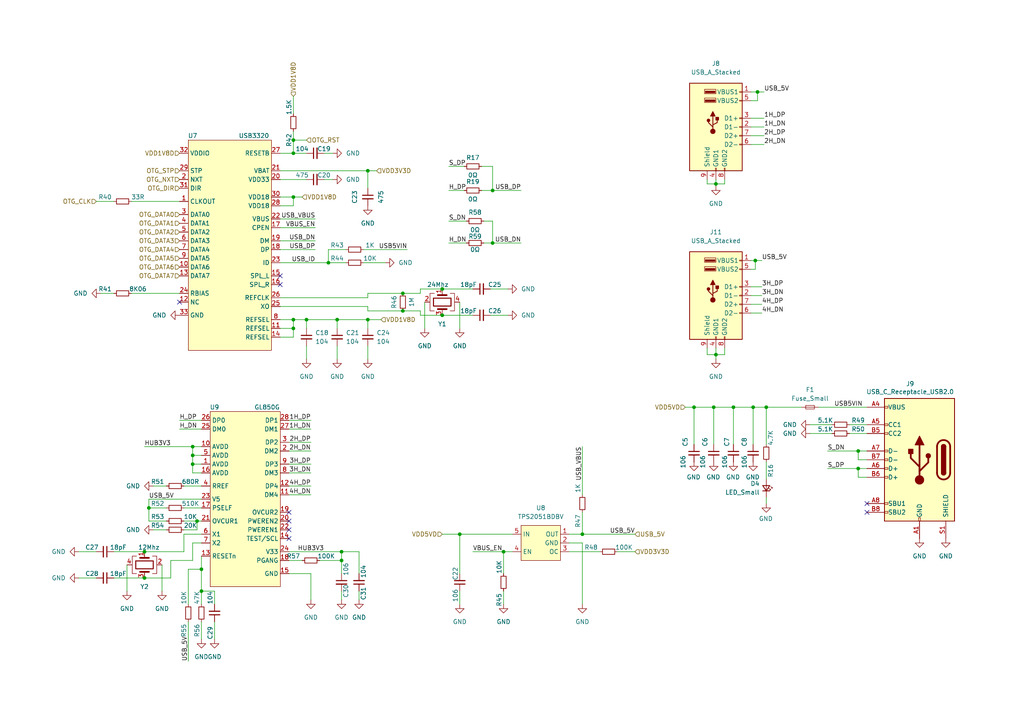
<source format=kicad_sch>
(kicad_sch (version 20211123) (generator eeschema)
  (paper "A4")
  (lib_symbols
    (symbol "Connector:USB_A_Stacked" (pin_names (offset 1.016))
      (property "Reference" "J" (at 0 15.875 0))
      (property "Value" "USB_A_Stacked" (at 0 13.97 0))
      (symbol "USB_A_Stacked_0_1"
        (rectangle (start -7.62 12.7) (end 7.62 -12.7) (stroke (width 0.254)) (fill (type background)))
        (circle (center -2.159 1.905) (radius 0.381) (stroke (width 0.254)) (fill (type outline)))
        (circle (center -0.889 -1.27) (radius 0.635) (stroke (width 0.254)) (fill (type outline)))
        (rectangle (start -0.254 7.366) (end -3.048 7.874) (fill (type outline)))
        (rectangle (start -0.254 9.906) (end -3.048 10.414) (fill (type outline)))
        (rectangle (start -0.127 -12.7) (end 0.127 -11.938))
        (polyline (pts (xy -1.524 3.175) (xy -0.254 3.175) (xy -0.889 4.445) (xy -1.524 3.175)) (stroke (width 0.254)) (fill (type outline)))
        (polyline (pts (xy -0.889 -0.635) (xy -0.889 0) (xy -2.159 1.27) (xy -2.159 1.905)) (stroke (width 0.254)))
        (polyline (pts (xy -0.889 0) (xy -0.889 0.635) (xy 0.381 1.27) (xy 0.381 2.54)) (stroke (width 0.254)))
        (rectangle (start 0 2.794) (end 0.762 2.032) (stroke (width 0.254)) (fill (type outline)))
        (rectangle (start 0 7.112) (end -3.302 8.382))
        (rectangle (start 0 9.652) (end -3.302 10.922))
        (rectangle (start 2.413 -12.7) (end 2.667 -11.938))
        (rectangle (start 7.62 -5.207) (end 6.858 -4.953))
        (rectangle (start 7.62 -2.667) (end 6.858 -2.413))
        (rectangle (start 7.62 -0.127) (end 6.858 0.127))
        (rectangle (start 7.62 2.413) (end 6.858 2.667))
        (rectangle (start 7.62 7.493) (end 6.858 7.747))
        (rectangle (start 7.62 10.033) (end 6.858 10.287))
      )
      (symbol "USB_A_Stacked_1_1"
        (polyline (pts (xy -0.889 0.635) (xy -0.889 3.175)) (stroke (width 0.254)))
        (pin power_in line (at 10.16 10.16 180) (length 2.54) (name "VBUS1") (number "1"))
        (pin bidirectional line (at 10.16 0 180) (length 2.54) (name "D1-") (number "2"))
        (pin bidirectional line (at 10.16 2.54 180) (length 2.54) (name "D1+") (number "3"))
        (pin power_in line (at 0 -15.24 90) (length 2.54) (name "GND1") (number "4"))
        (pin power_in line (at 10.16 7.62 180) (length 2.54) (name "VBUS2") (number "5"))
        (pin bidirectional line (at 10.16 -5.08 180) (length 2.54) (name "D2-") (number "6"))
        (pin bidirectional line (at 10.16 -2.54 180) (length 2.54) (name "D2+") (number "7"))
        (pin power_in line (at 2.54 -15.24 90) (length 2.54) (name "GND2") (number "8"))
        (pin passive line (at -2.54 -15.24 90) (length 2.54) (name "Shield") (number "9"))
      )
    )
    (symbol "Connector:USB_C_Receptacle_USB2.0" (pin_names (offset 1.016))
      (property "Reference" "J" (at -10.16 19.05 0))
      (property "Value" "USB_C_Receptacle_USB2.0" (at 19.05 19.05 0))
      (symbol "USB_C_Receptacle_USB2.0_0_0"
        (rectangle (start -0.254 -17.78) (end 0.254 -16.764))
        (rectangle (start 10.16 -14.986) (end 9.144 -15.494))
        (rectangle (start 10.16 -12.446) (end 9.144 -12.954))
        (rectangle (start 10.16 -4.826) (end 9.144 -5.334))
        (rectangle (start 10.16 -2.286) (end 9.144 -2.794))
        (rectangle (start 10.16 0.254) (end 9.144 -0.254))
        (rectangle (start 10.16 2.794) (end 9.144 2.286))
        (rectangle (start 10.16 7.874) (end 9.144 7.366))
        (rectangle (start 10.16 10.414) (end 9.144 9.906))
        (rectangle (start 10.16 15.494) (end 9.144 14.986))
      )
      (symbol "USB_C_Receptacle_USB2.0_0_1"
        (rectangle (start -10.16 17.78) (end 10.16 -17.78) (stroke (width 0.254)) (fill (type background)))
        (arc (start -8.89 -3.81) (mid -6.985 -5.715) (end -5.08 -3.81) (stroke (width 0.508)))
        (arc (start -7.62 -3.81) (mid -6.985 -4.445) (end -6.35 -3.81) (stroke (width 0.254)))
        (arc (start -7.62 -3.81) (mid -6.985 -4.445) (end -6.35 -3.81) (stroke (width 0.254)) (fill (type outline)))
        (rectangle (start -7.62 -3.81) (end -6.35 3.81) (stroke (width 0.254)) (fill (type outline)))
        (arc (start -6.35 3.81) (mid -6.985 4.445) (end -7.62 3.81) (stroke (width 0.254)))
        (arc (start -6.35 3.81) (mid -6.985 4.445) (end -7.62 3.81) (stroke (width 0.254)) (fill (type outline)))
        (arc (start -5.08 3.81) (mid -6.985 5.715) (end -8.89 3.81) (stroke (width 0.508)))
        (circle (center -2.54 1.143) (radius 0.635) (stroke (width 0.254)) (fill (type outline)))
        (circle (center 0 -5.842) (radius 1.27) (fill (type outline)))
        (polyline (pts (xy -8.89 -3.81) (xy -8.89 3.81)) (stroke (width 0.508)))
        (polyline (pts (xy -5.08 3.81) (xy -5.08 -3.81)) (stroke (width 0.508)))
        (polyline (pts (xy 0 -5.842) (xy 0 4.318)) (stroke (width 0.508)))
        (polyline (pts (xy 0 -3.302) (xy -2.54 -0.762) (xy -2.54 0.508)) (stroke (width 0.508)))
        (polyline (pts (xy 0 -2.032) (xy 2.54 0.508) (xy 2.54 1.778)) (stroke (width 0.508)))
        (polyline (pts (xy -1.27 4.318) (xy 0 6.858) (xy 1.27 4.318) (xy -1.27 4.318)) (stroke (width 0.254)) (fill (type outline)))
        (rectangle (start 1.905 1.778) (end 3.175 3.048) (stroke (width 0.254)) (fill (type outline)))
      )
      (symbol "USB_C_Receptacle_USB2.0_1_1"
        (pin passive line (at 0 -22.86 90) (length 5.08) (name "GND") (number "A1"))
        (pin passive line (at 0 -22.86 90) (length 5.08) hide (name "GND") (number "A12"))
        (pin passive line (at 15.24 15.24 180) (length 5.08) (name "VBUS") (number "A4"))
        (pin bidirectional line (at 15.24 10.16 180) (length 5.08) (name "CC1") (number "A5"))
        (pin bidirectional line (at 15.24 -2.54 180) (length 5.08) (name "D+") (number "A6"))
        (pin bidirectional line (at 15.24 2.54 180) (length 5.08) (name "D-") (number "A7"))
        (pin bidirectional line (at 15.24 -12.7 180) (length 5.08) (name "SBU1") (number "A8"))
        (pin passive line (at 15.24 15.24 180) (length 5.08) hide (name "VBUS") (number "A9"))
        (pin passive line (at 0 -22.86 90) (length 5.08) hide (name "GND") (number "B1"))
        (pin passive line (at 0 -22.86 90) (length 5.08) hide (name "GND") (number "B12"))
        (pin passive line (at 15.24 15.24 180) (length 5.08) hide (name "VBUS") (number "B4"))
        (pin bidirectional line (at 15.24 7.62 180) (length 5.08) (name "CC2") (number "B5"))
        (pin bidirectional line (at 15.24 -5.08 180) (length 5.08) (name "D+") (number "B6"))
        (pin bidirectional line (at 15.24 0 180) (length 5.08) (name "D-") (number "B7"))
        (pin bidirectional line (at 15.24 -15.24 180) (length 5.08) (name "SBU2") (number "B8"))
        (pin passive line (at 15.24 15.24 180) (length 5.08) hide (name "VBUS") (number "B9"))
        (pin passive line (at -7.62 -22.86 90) (length 5.08) (name "SHIELD") (number "S1"))
      )
    )
    (symbol "Device:C_Small" (pin_numbers hide) (pin_names (offset 0.254) hide)
      (property "Reference" "C" (at 0.254 1.778 0))
      (property "Value" "C_Small" (at 0.254 -2.032 0))
      (symbol "C_Small_0_1"
        (polyline (pts (xy -1.524 -0.508) (xy 1.524 -0.508)) (stroke (width 0.3302)))
        (polyline (pts (xy -1.524 0.508) (xy 1.524 0.508)) (stroke (width 0.3048)))
      )
      (symbol "C_Small_1_1"
        (pin passive line (at 0 2.54 270) (length 2.032) (name "~") (number "1"))
        (pin passive line (at 0 -2.54 90) (length 2.032) (name "~") (number "2"))
      )
    )
    (symbol "Device:Crystal_GND24" (pin_names (offset 1.016) hide)
      (property "Reference" "Y" (at 3.175 5.08 0))
      (property "Value" "Crystal_GND24" (at 3.175 3.175 0))
      (symbol "Crystal_GND24_0_1"
        (rectangle (start -1.143 2.54) (end 1.143 -2.54) (stroke (width 0.3048)))
        (polyline (pts (xy -2.54 0) (xy -2.032 0)))
        (polyline (pts (xy -2.032 -1.27) (xy -2.032 1.27)) (stroke (width 0.508)))
        (polyline (pts (xy 0 -3.81) (xy 0 -3.556)))
        (polyline (pts (xy 0 3.556) (xy 0 3.81)))
        (polyline (pts (xy 2.032 -1.27) (xy 2.032 1.27)) (stroke (width 0.508)))
        (polyline (pts (xy 2.032 0) (xy 2.54 0)))
        (polyline (pts (xy -2.54 -2.286) (xy -2.54 -3.556) (xy 2.54 -3.556) (xy 2.54 -2.286)))
        (polyline (pts (xy -2.54 2.286) (xy -2.54 3.556) (xy 2.54 3.556) (xy 2.54 2.286)))
      )
      (symbol "Crystal_GND24_1_1"
        (pin passive line (at -3.81 0 0) (length 1.27) (name "1") (number "1"))
        (pin passive line (at 0 5.08 270) (length 1.27) (name "2") (number "2"))
        (pin passive line (at 3.81 0 180) (length 1.27) (name "3") (number "3"))
        (pin passive line (at 0 -5.08 90) (length 1.27) (name "4") (number "4"))
      )
    )
    (symbol "Device:Fuse_Small" (pin_numbers hide) (pin_names (offset 0.254) hide)
      (property "Reference" "F" (at 0 -1.524 0))
      (property "Value" "Fuse_Small" (at 0 1.524 0))
      (symbol "Fuse_Small_0_1"
        (rectangle (start -1.27 0.508) (end 1.27 -0.508))
        (polyline (pts (xy -1.27 0) (xy 1.27 0)))
      )
      (symbol "Fuse_Small_1_1"
        (pin passive line (at -2.54 0 0) (length 1.27) (name "~") (number "1"))
        (pin passive line (at 2.54 0 180) (length 1.27) (name "~") (number "2"))
      )
    )
    (symbol "Device:LED_Small" (pin_numbers hide) (pin_names (offset 0.254) hide)
      (property "Reference" "D" (at -1.27 3.175 0))
      (property "Value" "LED_Small" (at -4.445 -2.54 0))
      (symbol "LED_Small_0_1"
        (polyline (pts (xy -0.762 -1.016) (xy -0.762 1.016)) (stroke (width 0.254)))
        (polyline (pts (xy 1.016 0) (xy -0.762 0)))
        (polyline (pts (xy 0.762 -1.016) (xy -0.762 0) (xy 0.762 1.016) (xy 0.762 -1.016)) (stroke (width 0.254)))
        (polyline (pts (xy 0 0.762) (xy -0.508 1.27) (xy -0.254 1.27) (xy -0.508 1.27) (xy -0.508 1.016)))
        (polyline (pts (xy 0.508 1.27) (xy 0 1.778) (xy 0.254 1.778) (xy 0 1.778) (xy 0 1.524)))
      )
      (symbol "LED_Small_1_1"
        (pin passive line (at -2.54 0 0) (length 1.778) (name "K") (number "1"))
        (pin passive line (at 2.54 0 180) (length 1.778) (name "A") (number "2"))
      )
    )
    (symbol "Device:R_Small" (pin_numbers hide) (pin_names (offset 0.254) hide)
      (property "Reference" "R" (at 0.762 0.508 0))
      (property "Value" "R_Small" (at 0.762 -1.016 0))
      (symbol "R_Small_0_1"
        (rectangle (start -0.762 1.778) (end 0.762 -1.778) (stroke (width 0.2032)))
      )
      (symbol "R_Small_1_1"
        (pin passive line (at 0 2.54 270) (length 0.762) (name "~") (number "1"))
        (pin passive line (at 0 -2.54 90) (length 0.762) (name "~") (number "2"))
      )
    )
    (symbol "ZYNQ_MB:GL850G"
      (property "Reference" "U" (at -3.81 6.35 0))
      (property "Value" "GL850G" (at 3.81 6.35 0))
      (symbol "GL850G_0_1"
        (rectangle (start -7.62 3.81) (end 12.7 -46.99) (fill (type background)))
      )
      (symbol "GL850G_1_1"
        (pin input line (at -10.16 -11.43 0) (length 2.54) (name "AVDD") (number "1"))
        (pin input line (at -10.16 -6.35 0) (length 2.54) (name "AVDD") (number "10"))
        (pin input line (at 15.24 -20.32 180) (length 2.54) (name "DM4") (number "11"))
        (pin input line (at 15.24 -17.78 180) (length 2.54) (name "DP4") (number "12"))
        (pin input line (at -10.16 -38.1 0) (length 2.54) (name "RESETn") (number "13"))
        (pin input line (at 15.24 -33.02 180) (length 2.54) (name "TEST/SCL") (number "14"))
        (pin input line (at 15.24 -43.18 180) (length 2.54) (name "GND") (number "15"))
        (pin input line (at -10.16 -13.97 0) (length 2.54) (name "AVDD") (number "16"))
        (pin input line (at -10.16 -24.13 0) (length 2.54) (name "PSELF") (number "17"))
        (pin input line (at 15.24 -39.37 180) (length 2.54) (name "PGANG") (number "18"))
        (pin input line (at 15.24 -25.4 180) (length 2.54) (name "OVCUR2") (number "19"))
        (pin input line (at 15.24 -7.62 180) (length 2.54) (name "DM2") (number "2"))
        (pin input line (at 15.24 -27.94 180) (length 2.54) (name "PWEREN2") (number "20"))
        (pin input line (at -10.16 -27.94 0) (length 2.54) (name "OVCUR1") (number "21"))
        (pin input line (at 15.24 -30.48 180) (length 2.54) (name "PWEREN1") (number "22"))
        (pin input line (at -10.16 -21.59 0) (length 2.54) (name "V5") (number "23"))
        (pin input line (at 15.24 -36.83 180) (length 2.54) (name "V33") (number "24"))
        (pin input line (at -10.16 -1.27 0) (length 2.54) (name "DM0") (number "25"))
        (pin input line (at -10.16 1.27 0) (length 2.54) (name "DP0") (number "26"))
        (pin input line (at 15.24 -1.27 180) (length 2.54) (name "DM1") (number "27"))
        (pin input line (at 15.24 1.27 180) (length 2.54) (name "DP1") (number "28"))
        (pin input line (at 15.24 -5.08 180) (length 2.54) (name "DP2") (number "3"))
        (pin input line (at -10.16 -17.78 0) (length 2.54) (name "RREF") (number "4"))
        (pin input line (at -10.16 -8.89 0) (length 2.54) (name "AVDD") (number "5"))
        (pin input line (at -10.16 -31.75 0) (length 2.54) (name "X1") (number "6"))
        (pin input line (at -10.16 -34.29 0) (length 2.54) (name "X2") (number "7"))
        (pin input line (at 15.24 -13.97 180) (length 2.54) (name "DM3") (number "8"))
        (pin input line (at 15.24 -11.43 180) (length 2.54) (name "DP3") (number "9"))
      )
    )
    (symbol "ZYNQ_MB:TPS2051BDBV"
      (property "Reference" "U" (at -7.62 2.54 0))
      (property "Value" "TPS2051BDBV" (at 2.54 2.54 0))
      (symbol "TPS2051BDBV_0_1"
        (rectangle (start -6.35 1.27) (end 5.08 -8.89) (fill (type background)))
      )
      (symbol "TPS2051BDBV_1_1"
        (pin input line (at 7.62 -1.27 180) (length 2.54) (name "OUT") (number "1"))
        (pin input line (at 7.62 -3.81 180) (length 2.54) (name "GND") (number "2"))
        (pin input line (at 7.62 -6.35 180) (length 2.54) (name "OC") (number "3"))
        (pin input line (at -8.89 -6.35 0) (length 2.54) (name "EN") (number "4"))
        (pin input line (at -8.89 -1.27 0) (length 2.54) (name "IN") (number "5"))
      )
    )
    (symbol "ZYNQ_MB:USB3320"
      (property "Reference" "U" (at -5.08 17.78 0))
      (property "Value" "USB3320" (at 2.54 17.78 0))
      (symbol "USB3320_0_1"
        (rectangle (start -10.16 15.24) (end 13.97 -45.72) (fill (type background)))
      )
      (symbol "USB3320_1_1"
        (pin input line (at -12.7 -2.54 0) (length 2.54) (name "CLKOUT") (number "1"))
        (pin input line (at -12.7 -21.59 0) (length 2.54) (name "DATA6") (number "10"))
        (pin input line (at 16.51 -39.37 180) (length 2.54) (name "REFSEL") (number "11"))
        (pin input line (at -12.7 -31.75 0) (length 2.54) (name "NC") (number "12"))
        (pin input line (at -12.7 -24.13 0) (length 2.54) (name "DATA7") (number "13"))
        (pin input line (at 16.51 -41.91 180) (length 2.54) (name "REFSEL") (number "14"))
        (pin input line (at 16.51 -24.13 180) (length 2.54) (name "SPL_L") (number "15"))
        (pin input line (at 16.51 -26.67 180) (length 2.54) (name "SPL_R") (number "16"))
        (pin input line (at 16.51 -10.16 180) (length 2.54) (name "CPEN") (number "17"))
        (pin input line (at 16.51 -16.51 180) (length 2.54) (name "DP") (number "18"))
        (pin input line (at 16.51 -13.97 180) (length 2.54) (name "DM") (number "19"))
        (pin input line (at -12.7 3.81 0) (length 2.54) (name "NXT") (number "2"))
        (pin input line (at 16.51 3.81 180) (length 2.54) (name "VDD33") (number "20"))
        (pin input line (at 16.51 6.35 180) (length 2.54) (name "VBAT") (number "21"))
        (pin input line (at 16.51 -7.62 180) (length 2.54) (name "VBUS") (number "22"))
        (pin input line (at 16.51 -20.32 180) (length 2.54) (name "ID") (number "23"))
        (pin input line (at -12.7 -29.21 0) (length 2.54) (name "RBIAS") (number "24"))
        (pin input line (at 16.51 -33.02 180) (length 2.54) (name "XO") (number "25"))
        (pin input line (at 16.51 -30.48 180) (length 2.54) (name "REFCLK") (number "26"))
        (pin input line (at 16.51 11.43 180) (length 2.54) (name "RESETB") (number "27"))
        (pin input line (at 16.51 -3.81 180) (length 2.54) (name "VDD18") (number "28"))
        (pin input line (at -12.7 6.35 0) (length 2.54) (name "STP") (number "29"))
        (pin input line (at -12.7 -6.35 0) (length 2.54) (name "DATA0") (number "3"))
        (pin input line (at 16.51 -1.27 180) (length 2.54) (name "VDD18") (number "30"))
        (pin input line (at -12.7 1.27 0) (length 2.54) (name "DIR") (number "31"))
        (pin input line (at -12.7 11.43 0) (length 2.54) (name "VDDIO") (number "32"))
        (pin input line (at -12.7 -35.56 0) (length 2.54) (name "GND") (number "33"))
        (pin input line (at -12.7 -8.89 0) (length 2.54) (name "DATA1") (number "4"))
        (pin input line (at -12.7 -11.43 0) (length 2.54) (name "DATA2") (number "5"))
        (pin input line (at -12.7 -13.97 0) (length 2.54) (name "DATA3") (number "6"))
        (pin input line (at -12.7 -16.51 0) (length 2.54) (name "DATA4") (number "7"))
        (pin input line (at 16.51 -36.83 180) (length 2.54) (name "REFSEL") (number "8"))
        (pin input line (at -12.7 -19.05 0) (length 2.54) (name "DATA5") (number "9"))
      )
    )
    (symbol "power:GND" (power) (pin_names (offset 0))
      (property "Value" "GND" (at 0 -3.81 0))
      (symbol "GND_0_1"
        (polyline (pts (xy 0 0) (xy 0 -1.27) (xy 1.27 -1.27) (xy 0 -2.54) (xy -1.27 -1.27) (xy 0 -1.27)))
      )
      (symbol "GND_1_1"
        (pin power_in line (at 0 0 270) (length 0) hide (name "GND") (number "1"))
      )
    )
  )
  (junction (at 116.84 90.17))
  (junction (at 128.27 83.82))
  (junction (at 248.92 130.81))
  (junction (at 43.18 147.32))
  (junction (at 222.25 118.11))
  (junction (at 55.88 132.08))
  (junction (at 57.15 151.13))
  (junction (at 99.06 160.02))
  (junction (at 85.09 44.45))
  (junction (at 106.68 49.53))
  (junction (at 218.44 118.11))
  (junction (at 146.05 160.02))
  (junction (at 207.01 118.11))
  (junction (at 248.92 135.89))
  (junction (at 95.25 76.2))
  (junction (at 219.075 75.565))
  (junction (at 212.725 118.11))
  (junction (at 58.42 171.45))
  (junction (at 97.79 92.71))
  (junction (at 85.09 40.64))
  (junction (at 142.875 55.245))
  (junction (at 58.42 165.1))
  (junction (at 142.875 70.485))
  (junction (at 116.84 85.09))
  (junction (at 88.9 92.71))
  (junction (at 99.06 162.56))
  (junction (at 41.91 167.64))
  (junction (at 168.91 154.94))
  (junction (at 55.88 134.62))
  (junction (at 219.71 26.67))
  (junction (at 41.91 160.02))
  (junction (at 85.09 92.71))
  (junction (at 128.27 91.44))
  (junction (at 133.35 154.94))
  (junction (at 201.295 118.11))
  (junction (at 207.645 53.34))
  (junction (at 207.645 102.87))
  (junction (at 85.09 95.25))
  (junction (at 55.88 129.54))
  (junction (at 85.09 57.15))
  (junction (at 106.68 92.71))
  (no_connect (at 251.46 146.05))
  (no_connect (at 251.46 148.59))
  (no_connect (at 83.82 153.67))
  (no_connect (at 83.82 156.21))
  (no_connect (at 83.82 148.59))
  (no_connect (at 83.82 151.13))
  (no_connect (at 81.28 80.01))
  (no_connect (at 81.28 82.55))
  (no_connect (at 52.07 87.63))
  (wire (pts (xy 142.875 48.26) (xy 142.875 55.245)))
  (wire (pts (xy 81.28 57.15) (xy 85.09 57.15)))
  (wire (pts (xy 85.09 57.15) (xy 87.63 57.15)))
  (wire (pts (xy 38.1 85.09) (xy 52.07 85.09)))
  (wire (pts (xy 81.28 69.85) (xy 91.44 69.85)))
  (wire (pts (xy 121.92 90.17) (xy 121.92 91.44)))
  (wire (pts (xy 116.84 85.09) (xy 121.92 85.09)))
  (wire (pts (xy 53.34 147.32) (xy 58.42 147.32)))
  (wire (pts (xy 93.98 44.45) (xy 96.52 44.45)))
  (wire (pts (xy 210.185 100.965) (xy 210.185 102.87)))
  (wire (pts (xy 57.15 153.67) (xy 57.15 151.13)))
  (wire (pts (xy 128.27 83.82) (xy 137.16 83.82)))
  (wire (pts (xy 58.42 157.48) (xy 55.88 157.48)))
  (wire (pts (xy 52.07 124.46) (xy 58.42 124.46)))
  (wire (pts (xy 106.68 88.9) (xy 106.68 90.17)))
  (wire (pts (xy 95.25 76.2) (xy 100.33 76.2)))
  (wire (pts (xy 41.91 129.54) (xy 55.88 129.54)))
  (wire (pts (xy 106.68 49.53) (xy 109.22 49.53)))
  (wire (pts (xy 128.27 91.44) (xy 137.16 91.44)))
  (wire (pts (xy 27.94 167.64) (xy 22.86 167.64)))
  (wire (pts (xy 251.46 133.35) (xy 248.92 133.35)))
  (wire (pts (xy 81.28 66.04) (xy 91.44 66.04)))
  (wire (pts (xy 251.46 125.73) (xy 246.38 125.73)))
  (wire (pts (xy 133.35 87.63) (xy 133.35 95.25)))
  (wire (pts (xy 106.68 49.53) (xy 106.68 54.61)))
  (wire (pts (xy 205.105 53.34) (xy 207.645 53.34)))
  (wire (pts (xy 81.28 63.5) (xy 91.44 63.5)))
  (wire (pts (xy 85.09 59.69) (xy 85.09 57.15)))
  (wire (pts (xy 168.91 175.26) (xy 168.91 157.48)))
  (wire (pts (xy 97.79 100.33) (xy 97.79 104.14)))
  (wire (pts (xy 55.88 162.56) (xy 49.53 162.56)))
  (wire (pts (xy 85.09 44.45) (xy 81.28 44.45)))
  (wire (pts (xy 38.1 58.42) (xy 52.07 58.42)))
  (wire (pts (xy 44.45 140.97) (xy 48.26 140.97)))
  (wire (pts (xy 151.13 55.245) (xy 142.875 55.245)))
  (wire (pts (xy 81.28 86.36) (xy 106.68 86.36)))
  (wire (pts (xy 81.28 88.9) (xy 106.68 88.9)))
  (wire (pts (xy 46.99 163.83) (xy 46.99 171.45)))
  (wire (pts (xy 58.42 154.94) (xy 53.34 154.94)))
  (wire (pts (xy 53.34 153.67) (xy 57.15 153.67)))
  (wire (pts (xy 44.45 153.67) (xy 48.26 153.67)))
  (wire (pts (xy 81.28 95.25) (xy 85.09 95.25)))
  (wire (pts (xy 53.34 154.94) (xy 53.34 160.02)))
  (wire (pts (xy 207.645 100.965) (xy 207.645 102.87)))
  (wire (pts (xy 58.42 180.34) (xy 58.42 185.42)))
  (wire (pts (xy 85.09 40.64) (xy 85.09 44.45)))
  (wire (pts (xy 99.06 160.02) (xy 99.06 162.56)))
  (wire (pts (xy 219.075 75.565) (xy 217.805 75.565)))
  (wire (pts (xy 142.24 83.82) (xy 147.32 83.82)))
  (wire (pts (xy 219.71 29.21) (xy 219.71 26.67)))
  (wire (pts (xy 106.68 92.71) (xy 106.68 95.25)))
  (wire (pts (xy 106.68 85.09) (xy 116.84 85.09)))
  (wire (pts (xy 55.88 132.08) (xy 58.42 132.08)))
  (wire (pts (xy 218.44 118.11) (xy 218.44 128.905)))
  (wire (pts (xy 222.25 118.11) (xy 218.44 118.11)))
  (wire (pts (xy 93.98 52.07) (xy 96.52 52.07)))
  (wire (pts (xy 81.28 92.71) (xy 85.09 92.71)))
  (wire (pts (xy 92.71 162.56) (xy 99.06 162.56)))
  (wire (pts (xy 251.46 138.43) (xy 248.92 138.43)))
  (wire (pts (xy 55.88 157.48) (xy 55.88 162.56)))
  (wire (pts (xy 41.91 167.64) (xy 33.02 167.64)))
  (wire (pts (xy 83.82 137.16) (xy 90.17 137.16)))
  (wire (pts (xy 116.84 90.17) (xy 121.92 90.17)))
  (wire (pts (xy 220.98 75.565) (xy 219.075 75.565)))
  (wire (pts (xy 27.94 160.02) (xy 22.86 160.02)))
  (wire (pts (xy 106.68 92.71) (xy 110.49 92.71)))
  (wire (pts (xy 95.25 72.39) (xy 95.25 76.2)))
  (wire (pts (xy 83.82 124.46) (xy 90.17 124.46)))
  (wire (pts (xy 221.615 39.37) (xy 217.805 39.37)))
  (wire (pts (xy 248.92 135.89) (xy 240.03 135.89)))
  (wire (pts (xy 251.46 123.19) (xy 246.38 123.19)))
  (wire (pts (xy 140.335 64.135) (xy 142.875 64.135)))
  (wire (pts (xy 85.09 97.79) (xy 85.09 95.25)))
  (wire (pts (xy 83.82 121.92) (xy 90.17 121.92)))
  (wire (pts (xy 207.01 118.11) (xy 207.01 128.905)))
  (wire (pts (xy 43.18 144.78) (xy 43.18 147.32)))
  (wire (pts (xy 237.49 118.11) (xy 251.46 118.11)))
  (wire (pts (xy 201.295 118.11) (xy 201.295 128.905)))
  (wire (pts (xy 205.105 52.07) (xy 205.105 53.34)))
  (wire (pts (xy 105.41 76.2) (xy 111.76 76.2)))
  (wire (pts (xy 165.1 160.02) (xy 173.99 160.02)))
  (wire (pts (xy 146.05 160.02) (xy 146.05 166.37)))
  (wire (pts (xy 83.82 130.81) (xy 90.17 130.81)))
  (wire (pts (xy 251.46 135.89) (xy 248.92 135.89)))
  (wire (pts (xy 205.105 100.965) (xy 205.105 102.87)))
  (wire (pts (xy 99.06 160.02) (xy 104.14 160.02)))
  (wire (pts (xy 121.92 91.44) (xy 128.27 91.44)))
  (wire (pts (xy 85.09 27.94) (xy 85.09 33.02)))
  (wire (pts (xy 43.18 151.13) (xy 48.26 151.13)))
  (wire (pts (xy 99.06 173.99) (xy 99.06 171.45)))
  (wire (pts (xy 241.3 123.19) (xy 234.95 123.19)))
  (wire (pts (xy 133.35 154.94) (xy 133.35 166.37)))
  (wire (pts (xy 212.725 118.11) (xy 212.725 128.905)))
  (wire (pts (xy 248.92 138.43) (xy 248.92 135.89)))
  (wire (pts (xy 53.34 140.97) (xy 58.42 140.97)))
  (wire (pts (xy 168.91 129.54) (xy 168.91 143.51)))
  (wire (pts (xy 55.88 129.54) (xy 58.42 129.54)))
  (wire (pts (xy 130.175 48.26) (xy 134.62 48.26)))
  (wire (pts (xy 222.25 118.11) (xy 222.25 128.905)))
  (wire (pts (xy 97.79 92.71) (xy 106.68 92.71)))
  (wire (pts (xy 168.91 154.94) (xy 165.1 154.94)))
  (wire (pts (xy 90.17 166.37) (xy 83.82 166.37)))
  (wire (pts (xy 88.9 92.71) (xy 97.79 92.71)))
  (wire (pts (xy 106.68 86.36) (xy 106.68 85.09)))
  (wire (pts (xy 220.98 85.725) (xy 217.805 85.725)))
  (wire (pts (xy 133.35 171.45) (xy 133.35 175.26)))
  (wire (pts (xy 139.7 48.26) (xy 142.875 48.26)))
  (wire (pts (xy 81.28 49.53) (xy 106.68 49.53)))
  (wire (pts (xy 43.18 147.32) (xy 43.18 151.13)))
  (wire (pts (xy 221.615 41.91) (xy 217.805 41.91)))
  (wire (pts (xy 58.42 165.1) (xy 58.42 171.45)))
  (wire (pts (xy 62.23 180.34) (xy 62.23 185.42)))
  (wire (pts (xy 104.14 160.02) (xy 104.14 166.37)))
  (wire (pts (xy 81.28 76.2) (xy 95.25 76.2)))
  (wire (pts (xy 146.05 171.45) (xy 146.05 175.26)))
  (wire (pts (xy 123.19 87.63) (xy 123.19 95.25)))
  (wire (pts (xy 83.82 134.62) (xy 90.17 134.62)))
  (wire (pts (xy 248.92 133.35) (xy 248.92 130.81)))
  (wire (pts (xy 218.44 118.11) (xy 212.725 118.11)))
  (wire (pts (xy 168.91 154.94) (xy 184.15 154.94)))
  (wire (pts (xy 219.075 78.105) (xy 219.075 75.565)))
  (wire (pts (xy 54.61 165.1) (xy 54.61 175.26)))
  (wire (pts (xy 207.645 53.34) (xy 207.645 53.975)))
  (wire (pts (xy 54.61 180.34) (xy 54.61 191.77)))
  (wire (pts (xy 168.91 157.48) (xy 165.1 157.48)))
  (wire (pts (xy 83.82 140.97) (xy 90.17 140.97)))
  (wire (pts (xy 105.41 72.39) (xy 118.11 72.39)))
  (wire (pts (xy 207.645 53.34) (xy 207.645 52.07)))
  (wire (pts (xy 81.28 72.39) (xy 91.44 72.39)))
  (wire (pts (xy 142.875 70.485) (xy 140.335 70.485)))
  (wire (pts (xy 58.42 144.78) (xy 43.18 144.78)))
  (wire (pts (xy 53.34 151.13) (xy 57.15 151.13)))
  (wire (pts (xy 128.27 154.94) (xy 133.35 154.94)))
  (wire (pts (xy 207.645 102.87) (xy 207.645 104.14)))
  (wire (pts (xy 58.42 137.16) (xy 55.88 137.16)))
  (wire (pts (xy 81.28 52.07) (xy 88.9 52.07)))
  (wire (pts (xy 121.92 85.09) (xy 121.92 83.82)))
  (wire (pts (xy 241.3 125.73) (xy 234.95 125.73)))
  (wire (pts (xy 146.05 160.02) (xy 148.59 160.02)))
  (wire (pts (xy 58.42 161.29) (xy 58.42 165.1)))
  (wire (pts (xy 62.23 171.45) (xy 58.42 171.45)))
  (wire (pts (xy 52.07 121.92) (xy 58.42 121.92)))
  (wire (pts (xy 55.88 137.16) (xy 55.88 134.62)))
  (wire (pts (xy 168.91 148.59) (xy 168.91 154.94)))
  (wire (pts (xy 29.21 85.09) (xy 33.02 85.09)))
  (wire (pts (xy 58.42 171.45) (xy 58.42 175.26)))
  (wire (pts (xy 85.09 92.71) (xy 88.9 92.71)))
  (wire (pts (xy 62.23 175.26) (xy 62.23 171.45)))
  (wire (pts (xy 41.91 160.02) (xy 53.34 160.02)))
  (wire (pts (xy 85.09 38.1) (xy 85.09 40.64)))
  (wire (pts (xy 220.98 83.185) (xy 217.805 83.185)))
  (wire (pts (xy 210.185 53.34) (xy 207.645 53.34)))
  (wire (pts (xy 49.53 162.56) (xy 49.53 167.64)))
  (wire (pts (xy 58.42 165.1) (xy 54.61 165.1)))
  (wire (pts (xy 130.175 70.485) (xy 135.255 70.485)))
  (wire (pts (xy 142.875 70.485) (xy 151.13 70.485)))
  (wire (pts (xy 27.94 58.42) (xy 33.02 58.42)))
  (wire (pts (xy 137.16 160.02) (xy 146.05 160.02)))
  (wire (pts (xy 220.98 90.805) (xy 217.805 90.805)))
  (wire (pts (xy 88.9 100.33) (xy 88.9 104.14)))
  (wire (pts (xy 142.875 64.135) (xy 142.875 70.485)))
  (wire (pts (xy 142.24 91.44) (xy 147.32 91.44)))
  (wire (pts (xy 83.82 160.02) (xy 99.06 160.02)))
  (wire (pts (xy 83.82 143.51) (xy 90.17 143.51)))
  (wire (pts (xy 222.25 133.985) (xy 222.25 139.065)))
  (wire (pts (xy 251.46 130.81) (xy 248.92 130.81)))
  (wire (pts (xy 36.83 163.83) (xy 36.83 171.45)))
  (wire (pts (xy 57.15 151.13) (xy 58.42 151.13)))
  (wire (pts (xy 85.09 40.64) (xy 88.9 40.64)))
  (wire (pts (xy 219.71 26.67) (xy 217.805 26.67)))
  (wire (pts (xy 41.91 167.64) (xy 49.53 167.64)))
  (wire (pts (xy 43.18 147.32) (xy 48.26 147.32)))
  (wire (pts (xy 55.88 134.62) (xy 55.88 132.08)))
  (wire (pts (xy 83.82 162.56) (xy 87.63 162.56)))
  (wire (pts (xy 133.35 154.94) (xy 148.59 154.94)))
  (wire (pts (xy 104.14 173.99) (xy 104.14 171.45)))
  (wire (pts (xy 207.645 102.87) (xy 210.185 102.87)))
  (wire (pts (xy 81.28 59.69) (xy 85.09 59.69)))
  (wire (pts (xy 220.98 88.265) (xy 217.805 88.265)))
  (wire (pts (xy 88.9 92.71) (xy 88.9 95.25)))
  (wire (pts (xy 217.805 78.105) (xy 219.075 78.105)))
  (wire (pts (xy 221.615 36.83) (xy 217.805 36.83)))
  (wire (pts (xy 221.615 26.67) (xy 219.71 26.67)))
  (wire (pts (xy 100.33 72.39) (xy 95.25 72.39)))
  (wire (pts (xy 248.92 130.81) (xy 240.03 130.81)))
  (wire (pts (xy 232.41 118.11) (xy 222.25 118.11)))
  (wire (pts (xy 221.615 34.29) (xy 217.805 34.29)))
  (wire (pts (xy 85.09 95.25) (xy 85.09 92.71)))
  (wire (pts (xy 121.92 83.82) (xy 128.27 83.82)))
  (wire (pts (xy 179.07 160.02) (xy 184.15 160.02)))
  (wire (pts (xy 99.06 162.56) (xy 99.06 166.37)))
  (wire (pts (xy 106.68 100.33) (xy 106.68 104.14)))
  (wire (pts (xy 210.185 52.07) (xy 210.185 53.34)))
  (wire (pts (xy 85.09 44.45) (xy 88.9 44.45)))
  (wire (pts (xy 130.175 55.245) (xy 134.62 55.245)))
  (wire (pts (xy 55.88 134.62) (xy 58.42 134.62)))
  (wire (pts (xy 205.105 102.87) (xy 207.645 102.87)))
  (wire (pts (xy 106.68 90.17) (xy 116.84 90.17)))
  (wire (pts (xy 207.01 118.11) (xy 201.295 118.11)))
  (wire (pts (xy 139.7 55.245) (xy 142.875 55.245)))
  (wire (pts (xy 41.91 160.02) (xy 33.02 160.02)))
  (wire (pts (xy 83.82 128.27) (xy 90.17 128.27)))
  (wire (pts (xy 212.725 118.11) (xy 207.01 118.11)))
  (wire (pts (xy 90.17 166.37) (xy 90.17 173.99)))
  (wire (pts (xy 130.175 64.135) (xy 135.255 64.135)))
  (wire (pts (xy 217.805 29.21) (xy 219.71 29.21)))
  (wire (pts (xy 81.28 97.79) (xy 85.09 97.79)))
  (wire (pts (xy 97.79 92.71) (xy 97.79 95.25)))
  (wire (pts (xy 222.25 144.145) (xy 222.25 146.05)))
  (wire (pts (xy 55.88 132.08) (xy 55.88 129.54)))
  (wire (pts (xy 201.295 118.11) (xy 198.755 118.11)))
  (label "4H_DP" (at 90.17 140.97 180))
  (label "HUB3V3" (at 93.98 160.02 180))
  (label "S_DN" (at 240.03 130.81 0))
  (label "USB_DN" (at 151.13 70.485 180))
  (label "1H_DP" (at 90.17 121.92 180))
  (label "USB_5V" (at 220.98 75.565 0))
  (label "USB_5V" (at 43.18 144.78 0))
  (label "H_DN" (at 130.175 70.485 0))
  (label "USB_DN" (at 91.44 69.85 180))
  (label "2H_DN" (at 221.615 41.91 0))
  (label "H_DP" (at 52.07 121.92 0))
  (label "1H_DN" (at 221.615 36.83 0))
  (label "4H_DN" (at 90.17 143.51 180))
  (label "VBUS_EN" (at 137.16 160.02 0))
  (label "USB_DP" (at 151.13 55.245 180))
  (label "S_DN" (at 130.175 64.135 0))
  (label "USB5VIN" (at 118.11 72.39 180))
  (label "4H_DP" (at 220.98 88.265 0))
  (label "USB5VIN" (at 250.19 118.11 180))
  (label "USB_5V" (at 184.15 154.94 180))
  (label "H_DN" (at 52.07 124.46 0))
  (label "S_DP" (at 240.03 135.89 0))
  (label "S_DP" (at 130.175 48.26 0))
  (label "2H_DN" (at 90.17 130.81 180))
  (label "USB_VBUS" (at 168.91 129.54 270))
  (label "USB_ID" (at 91.44 76.2 180))
  (label "1H_DN" (at 90.17 124.46 180))
  (label "HUB3V3" (at 41.91 129.54 0))
  (label "3H_DN" (at 90.17 137.16 180))
  (label "USB_VBUS" (at 91.44 63.5 180))
  (label "2H_DP" (at 90.17 128.27 180))
  (label "USB_5V" (at 221.615 26.67 0))
  (label "3H_DP" (at 220.98 83.185 0))
  (label "4H_DN" (at 220.98 90.805 0))
  (label "1H_DP" (at 221.615 34.29 0))
  (label "3H_DN" (at 220.98 85.725 0))
  (label "VBUS_EN" (at 91.44 66.04 180))
  (label "3H_DP" (at 90.17 134.62 180))
  (label "2H_DP" (at 221.615 39.37 0))
  (label "USB_DP" (at 91.44 72.39 180))
  (label "USB_5V" (at 54.61 191.77 90))
  (label "H_DP" (at 130.175 55.245 0))
  (hierarchical_label "VDD3V3D" (shape input) (at 109.22 49.53 0))
  (hierarchical_label "USB_5V" (shape input) (at 184.15 154.94 0))
  (hierarchical_label "VDD1V8D" (shape input) (at 85.09 27.94 90))
  (hierarchical_label "VDD5VD" (shape input) (at 198.755 118.11 180))
  (hierarchical_label "OTG_RST" (shape input) (at 88.9 40.64 0))
  (hierarchical_label "VDD1V8D" (shape input) (at 87.63 57.15 0))
  (hierarchical_label "VDD1V8D" (shape input) (at 110.49 92.71 0))
  (hierarchical_label "OTG_DATA3" (shape input) (at 52.07 69.85 180))
  (hierarchical_label "OTG_DATA6" (shape input) (at 52.07 77.47 180))
  (hierarchical_label "OTG_DATA1" (shape input) (at 52.07 64.77 180))
  (hierarchical_label "OTG_NXT" (shape input) (at 52.07 52.07 180))
  (hierarchical_label "OTG_STP" (shape input) (at 52.07 49.53 180))
  (hierarchical_label "OTG_DATA0" (shape input) (at 52.07 62.23 180))
  (hierarchical_label "OTG_DIR" (shape input) (at 52.07 54.61 180))
  (hierarchical_label "OTG_DATA5" (shape input) (at 52.07 74.93 180))
  (hierarchical_label "OTG_CLK" (shape input) (at 27.94 58.42 180))
  (hierarchical_label "VDD1V8D" (shape input) (at 52.07 44.45 180))
  (hierarchical_label "OTG_DATA4" (shape input) (at 52.07 72.39 180))
  (hierarchical_label "VDD5VD" (shape input) (at 128.27 154.94 180))
  (hierarchical_label "OTG_DATA7" (shape input) (at 52.07 80.01 180))
  (hierarchical_label "VDD3V3D" (shape input) (at 184.15 160.02 0))
  (hierarchical_label "OTG_DATA2" (shape input) (at 52.07 67.31 180))
  (symbol (lib_id "power:GND") (at 218.44 133.985 0) (mirror y) (unit 1)
    (property "Reference" "#PWR043" (effects hide))
    (property "Value" "GND" (at 218.313 138.3792 0))
  )
  (symbol (lib_id "Device:C_Small") (at 106.68 97.79 0) (unit 1)
    (property "Reference" "C24" (at 109.22 96.5262 0) (effects (justify left)))
    (property "Value" "104" (at 109.22 99.0662 0) (effects (justify left)))
    (property "Footprint" "Capacitor_SMD:C_0402_1005Metric" (effects hide))
  )
  (symbol (lib_id "Device:C_Small") (at 139.7 83.82 90) (unit 1)
    (property "Reference" "C25" (at 143.51 82.55 90))
    (property "Value" "18pF" (at 135.89 82.55 90))
    (property "Footprint" "Capacitor_SMD:C_0402_1005Metric" (effects hide))
  )
  (symbol (lib_id "Device:R_Small") (at 90.17 162.56 90) (unit 1)
    (property "Reference" "R57" (at 85.09 161.29 90))
    (property "Value" "100K" (at 94.615 161.29 90))
    (property "Footprint" "Resistor_SMD:R_0402_1005Metric" (effects hide))
  )
  (symbol (lib_id "power:GND") (at 266.7 156.21 0) (mirror y) (unit 1)
    (property "Reference" "#PWR086" (effects hide))
    (property "Value" "GND" (at 266.7 161.29 0))
  )
  (symbol (lib_id "Device:R_Small") (at 50.8 151.13 90) (unit 1)
    (property "Reference" "R53" (at 45.72 149.86 90))
    (property "Value" "10K" (at 55.245 149.86 90))
    (property "Footprint" "Resistor_SMD:R_0402_1005Metric" (effects hide))
  )
  (symbol (lib_id "Connector:USB_C_Receptacle_USB2.0") (at 266.7 133.35 0) (mirror y) (unit 1)
    (property "Reference" "J9" (at 263.9822 111.3282 0))
    (property "Value" "USB_C_Receptacle_USB2.0" (at 263.9822 113.6396 0))
    (property "Footprint" "zynq7000_mb:USB_C_Receptacle_Palconn_UTC16-G" (effects hide))
    (property "Datasheet" "https://www.usb.org/sites/default/files/documents/usb_type-c.zip" (effects hide))
  )
  (symbol (lib_id "Device:R_Small") (at 222.25 131.445 0) (mirror x) (unit 1)
    (property "Reference" "R16" (at 223.52 136.525 90))
    (property "Value" "4.7K" (at 223.52 127 90))
    (property "Footprint" "Resistor_SMD:R_0402_1005Metric" (effects hide))
  )
  (symbol (lib_id "Device:C_Small") (at 91.44 44.45 90) (unit 1)
    (property "Reference" "C19" (at 93.98 43.18 90))
    (property "Value" "104" (at 87.63 43.18 90))
    (property "Footprint" "Capacitor_SMD:C_0402_1005Metric" (effects hide))
  )
  (symbol (lib_id "power:GND") (at 58.42 185.42 0) (mirror y) (unit 1)
    (property "Reference" "#PWR094" (effects hide))
    (property "Value" "GND" (at 58.42 190.5 0))
  )
  (symbol (lib_id "power:GND") (at 44.45 153.67 270) (unit 1)
    (property "Reference" "#PWR092" (effects hide))
    (property "Value" "GND" (at 40.64 153.6699 90) (effects (justify right)))
  )
  (symbol (lib_id "Device:R_Small") (at 50.8 153.67 90) (unit 1)
    (property "Reference" "R54" (at 45.72 152.4 90))
    (property "Value" "20K" (at 55.245 152.4 90))
    (property "Footprint" "Resistor_SMD:R_0402_1005Metric" (effects hide))
  )
  (symbol (lib_id "Connector:USB_A_Stacked") (at 207.645 36.83 0) (unit 1)
    (property "Reference" "J8" (at 207.645 18.415 0))
    (property "Value" "USB_A_Stacked" (at 207.645 20.955 0))
    (property "Footprint" "Connector_USB:USB_A_Wuerth_61400826021_Horizontal_Stacked" (effects hide))
    (property "Datasheet" " ~" (effects hide))
  )
  (symbol (lib_id "Device:R_Small") (at 50.8 140.97 90) (unit 1)
    (property "Reference" "R51" (at 45.72 139.7 90))
    (property "Value" "680R" (at 55.245 139.7 90))
    (property "Footprint" "Resistor_SMD:R_0402_1005Metric" (effects hide))
  )
  (symbol (lib_id "Device:C_Small") (at 139.7 91.44 90) (unit 1)
    (property "Reference" "C26" (at 143.51 90.17 90))
    (property "Value" "18pF" (at 135.89 90.17 90))
    (property "Footprint" "Capacitor_SMD:C_0402_1005Metric" (effects hide))
  )
  (symbol (lib_id "Device:C_Small") (at 99.06 168.91 0) (unit 1)
    (property "Reference" "C30" (at 100.33 171.45 90))
    (property "Value" "106" (at 100.33 165.1 90))
    (property "Footprint" "Capacitor_SMD:C_0603_1608Metric" (effects hide))
  )
  (symbol (lib_id "Device:C_Small") (at 207.01 131.445 0) (mirror y) (unit 1)
    (property "Reference" "C6" (at 204.47 129.54 90) (effects (justify left)))
    (property "Value" "106" (at 203.835 135.89 90) (effects (justify left)))
    (property "Footprint" "Capacitor_SMD:C_0805_2012Metric" (effects hide))
  )
  (symbol (lib_id "Connector:USB_A_Stacked") (at 207.645 85.725 0) (unit 1)
    (property "Reference" "J11" (at 207.645 67.31 0))
    (property "Value" "USB_A_Stacked" (at 207.645 69.85 0))
    (property "Footprint" "Connector_USB:USB_A_Wuerth_61400826021_Horizontal_Stacked" (effects hide))
    (property "Datasheet" " ~" (effects hide))
  )
  (symbol (lib_id "power:GND") (at 147.32 91.44 90) (unit 1)
    (property "Reference" "#PWR083" (effects hide))
    (property "Value" "GND" (at 151.13 91.4399 90) (effects (justify right)))
  )
  (symbol (lib_id "power:GND") (at 146.05 175.26 0) (unit 1)
    (property "Reference" "#PWR078" (effects hide))
    (property "Value" "GND" (at 146.05 180.34 0))
  )
  (symbol (lib_id "Device:C_Small") (at 88.9 97.79 0) (unit 1)
    (property "Reference" "C18" (at 91.44 96.5262 0) (effects (justify left)))
    (property "Value" "104" (at 91.44 99.0662 0) (effects (justify left)))
    (property "Footprint" "Capacitor_SMD:C_0402_1005Metric" (effects hide))
  )
  (symbol (lib_id "ZYNQ_MB:TPS2051BDBV") (at 157.48 153.67 0) (unit 1)
    (property "Reference" "U8" (at 156.845 147.32 0))
    (property "Value" "TPS2051BDBV" (at 156.845 149.86 0))
    (property "Footprint" "Package_TO_SOT_SMD:SOT-23-5" (effects hide))
  )
  (symbol (lib_id "Device:R_Small") (at 85.09 35.56 180) (unit 1)
    (property "Reference" "R42" (at 83.82 40.64 90))
    (property "Value" "1.5K" (at 83.82 31.115 90))
    (property "Footprint" "Resistor_SMD:R_0402_1005Metric" (effects hide))
  )
  (symbol (lib_id "power:GND") (at 234.95 125.73 270) (mirror x) (unit 1)
    (property "Reference" "#PWR085" (effects hide))
    (property "Value" "GND" (at 231.14 125.7299 90) (effects (justify right)))
  )
  (symbol (lib_id "Device:R_Small") (at 243.84 125.73 270) (mirror x) (unit 1)
    (property "Reference" "R50" (at 248.92 124.46 90))
    (property "Value" "5.1K" (at 239.395 124.46 90))
    (property "Footprint" "Resistor_SMD:R_0402_1005Metric" (effects hide))
  )
  (symbol (lib_id "Device:C_Small") (at 91.44 52.07 90) (unit 1)
    (property "Reference" "C20" (at 93.98 50.8 90))
    (property "Value" "475" (at 87.63 50.8 90))
    (property "Footprint" "Capacitor_SMD:C_0603_1608Metric" (effects hide))
  )
  (symbol (lib_id "Device:C_Small") (at 218.44 131.445 0) (mirror y) (unit 1)
    (property "Reference" "C8" (at 215.9 129.54 90) (effects (justify left)))
    (property "Value" "106" (at 215.9 135.89 90) (effects (justify left)))
    (property "Footprint" "Capacitor_SMD:C_0805_2012Metric" (effects hide))
    (property "Footprint" "Capacitor_SMD:C_0805_2012Metric" (effects hide))
    (property "Reference" "C6" (effects hide))
    (property "Value" "106" (effects hide))
  )
  (symbol (lib_id "power:GND") (at 96.52 44.45 90) (unit 1)
    (property "Reference" "#PWR071" (effects hide))
    (property "Value" "GND" (at 100.33 44.4499 90) (effects (justify right)))
  )
  (symbol (lib_id "power:GND") (at 212.725 133.985 0) (mirror y) (unit 1)
    (property "Reference" "#PWR042" (effects hide))
    (property "Value" "GND" (at 212.598 138.3792 0))
  )
  (symbol (lib_id "power:GND") (at 274.32 156.21 0) (mirror y) (unit 1)
    (property "Reference" "#PWR087" (effects hide))
    (property "Value" "GND" (at 274.32 161.29 0))
  )
  (symbol (lib_id "Device:R_Small") (at 146.05 168.91 180) (unit 1)
    (property "Reference" "R45" (at 144.78 173.99 90))
    (property "Value" "10K" (at 144.78 164.465 90))
    (property "Footprint" "Resistor_SMD:R_0402_1005Metric" (effects hide))
  )
  (symbol (lib_id "Device:R_Small") (at 137.795 64.135 90) (unit 1)
    (property "Reference" "R58" (at 137.795 61.595 90))
    (property "Value" "0Ω" (at 137.795 66.675 90))
    (property "Footprint" "Resistor_SMD:R_0402_1005Metric" (effects hide))
  )
  (symbol (lib_id "power:GND") (at 234.95 123.19 270) (mirror x) (unit 1)
    (property "Reference" "#PWR084" (effects hide))
    (property "Value" "GND" (at 231.14 123.1899 90) (effects (justify right)))
  )
  (symbol (lib_id "Device:Fuse_Small") (at 234.95 118.11 0) (mirror y) (unit 1)
    (property "Reference" "F1" (at 234.95 113.03 0))
    (property "Value" "Fuse_Small" (at 234.95 115.57 0))
    (property "Footprint" "Fuse:Fuse_0805_2012Metric" (effects hide))
    (property "Footprint" "Fuse:Fuse_0805_2012Metric" (effects hide))
    (property "Reference" "F1" (effects hide))
    (property "Value" "Fuse_Small" (effects hide))
  )
  (symbol (lib_id "power:GND") (at 44.45 140.97 270) (unit 1)
    (property "Reference" "#PWR091" (effects hide))
    (property "Value" "GND" (at 40.64 140.9699 90) (effects (justify right)))
  )
  (symbol (lib_id "power:GND") (at 22.86 160.02 270) (mirror x) (unit 1)
    (property "Reference" "#PWR088" (effects hide))
    (property "Value" "GND" (at 19.05 160.0199 90) (effects (justify right)))
  )
  (symbol (lib_id "power:GND") (at 106.68 104.14 0) (unit 1)
    (property "Reference" "#PWR076" (effects hide))
    (property "Value" "GND" (at 106.68 109.22 0))
  )
  (symbol (lib_id "Device:C_Small") (at 133.35 168.91 180) (unit 1)
    (property "Reference" "C22" (at 132.08 166.37 90))
    (property "Value" "106" (at 132.08 172.72 90))
    (property "Footprint" "Capacitor_SMD:C_0603_1608Metric" (effects hide))
  )
  (symbol (lib_id "ZYNQ_MB:USB3320") (at 64.77 55.88 0) (unit 1)
    (property "Reference" "U7" (at 55.88 39.37 0))
    (property "Value" "USB3320" (at 73.66 39.37 0))
    (property "Footprint" "Package_DFN_QFN:QFN-32-1EP_5x5mm_P0.5mm_EP3.1x3.1mm" (effects hide))
  )
  (symbol (lib_id "Device:Crystal_GND24") (at 128.27 87.63 90) (mirror x) (unit 1)
    (property "Reference" "Y1" (at 128.27 93.98 90))
    (property "Value" "24Mhz" (at 127 82.55 90))
    (property "Footprint" "Crystal:Crystal_SMD_3225-4Pin_3.2x2.5mm" (effects hide))
  )
  (symbol (lib_id "Device:R_Small") (at 102.87 76.2 90) (unit 1)
    (property "Reference" "R44" (at 97.79 74.93 90))
    (property "Value" "10K" (at 107.315 74.93 90))
    (property "Footprint" "Resistor_SMD:R_0402_1005Metric" (effects hide))
  )
  (symbol (lib_id "power:GND") (at 97.79 104.14 0) (unit 1)
    (property "Reference" "#PWR073" (effects hide))
    (property "Value" "GND" (at 97.79 109.22 0))
  )
  (symbol (lib_id "power:GND") (at 52.07 91.44 270) (unit 1)
    (property "Reference" "#PWR069" (effects hide))
    (property "Value" "GND" (at 48.26 91.4399 90) (effects (justify right)))
  )
  (symbol (lib_id "power:GND") (at 29.21 85.09 270) (unit 1)
    (property "Reference" "#PWR068" (effects hide))
    (property "Value" "GND" (at 25.4 85.0899 90) (effects (justify right)))
  )
  (symbol (lib_id "Device:R_Small") (at 35.56 85.09 90) (unit 1)
    (property "Reference" "R41" (at 30.48 83.82 90))
    (property "Value" "8K06" (at 40.005 83.82 90))
    (property "Footprint" "Resistor_SMD:R_0402_1005Metric" (effects hide))
  )
  (symbol (lib_id "power:GND") (at 90.17 173.99 0) (unit 1)
    (property "Reference" "#PWR096" (effects hide))
    (property "Value" "GND" (at 90.17 179.07 0))
  )
  (symbol (lib_id "power:GND") (at 207.01 133.985 0) (mirror y) (unit 1)
    (property "Reference" "#PWR037" (effects hide))
    (property "Value" "GND" (at 206.883 138.3792 0))
  )
  (symbol (lib_id "Device:C_Small") (at 104.14 168.91 180) (unit 1)
    (property "Reference" "C31" (at 105.41 170.18 90) (effects (justify left)))
    (property "Value" "104" (at 105.41 163.83 90) (effects (justify left)))
    (property "Footprint" "Capacitor_SMD:C_0402_1005Metric" (effects hide))
  )
  (symbol (lib_id "power:GND") (at 123.19 95.25 0) (unit 1)
    (property "Reference" "#PWR079" (effects hide))
    (property "Value" "GND" (at 123.19 100.33 0))
  )
  (symbol (lib_id "Device:Crystal_GND24") (at 41.91 163.83 270) (unit 1)
    (property "Reference" "Y2" (at 41.91 170.18 90))
    (property "Value" "12Mhz" (at 43.18 158.75 90))
    (property "Footprint" "Crystal:Crystal_SMD_3225-4Pin_3.2x2.5mm" (effects hide))
  )
  (symbol (lib_id "Device:R_Small") (at 116.84 87.63 180) (unit 1)
    (property "Reference" "R46" (at 114.3 87.63 90))
    (property "Value" "1M" (at 119.38 87.63 90))
    (property "Footprint" "Resistor_SMD:R_0402_1005Metric" (effects hide))
  )
  (symbol (lib_id "power:GND") (at 201.295 133.985 0) (mirror y) (unit 1)
    (property "Reference" "#PWR035" (effects hide))
    (property "Value" "GND" (at 201.168 138.3792 0))
  )
  (symbol (lib_id "Device:R_Small") (at 176.53 160.02 90) (unit 1)
    (property "Reference" "R48" (at 171.45 158.75 90))
    (property "Value" "100K" (at 180.975 158.75 90))
    (property "Footprint" "Resistor_SMD:R_0402_1005Metric" (effects hide))
  )
  (symbol (lib_id "power:GND") (at 168.91 175.26 0) (unit 1)
    (property "Reference" "#PWR081" (effects hide))
    (property "Value" "GND" (at 168.91 180.34 0))
  )
  (symbol (lib_id "power:GND") (at 96.52 52.07 90) (unit 1)
    (property "Reference" "#PWR072" (effects hide))
    (property "Value" "GND" (at 100.33 52.0699 90) (effects (justify right)))
  )
  (symbol (lib_id "Device:C_Small") (at 212.725 131.445 0) (mirror y) (unit 1)
    (property "Reference" "C7" (at 210.82 129.54 90) (effects (justify left)))
    (property "Value" "106" (at 210.185 135.89 90) (effects (justify left)))
    (property "Footprint" "Capacitor_SMD:C_0805_2012Metric" (effects hide))
  )
  (symbol (lib_id "Device:C_Small") (at 30.48 167.64 270) (mirror x) (unit 1)
    (property "Reference" "C28" (at 26.67 166.37 90))
    (property "Value" "18pF" (at 34.29 166.37 90))
    (property "Footprint" "Capacitor_SMD:C_0402_1005Metric" (effects hide))
  )
  (symbol (lib_id "Device:C_Small") (at 30.48 160.02 270) (mirror x) (unit 1)
    (property "Reference" "C27" (at 26.67 158.75 90))
    (property "Value" "18pF" (at 34.29 158.75 90))
    (property "Footprint" "Capacitor_SMD:C_0402_1005Metric" (effects hide))
  )
  (symbol (lib_id "ZYNQ_MB:GL850G") (at 68.58 123.19 0) (unit 1)
    (property "Reference" "U9" (at 62.23 118.11 0))
    (property "Value" "GL850G" (at 77.47 118.11 0))
    (property "Footprint" "Package_SO:SSOP-28_5.3x10.2mm_P0.65mm" (effects hide))
  )
  (symbol (lib_id "Device:C_Small") (at 201.295 131.445 0) (mirror y) (unit 1)
    (property "Reference" "C5" (at 198.755 129.54 90) (effects (justify left)))
    (property "Value" "106" (at 198.12 135.89 90) (effects (justify left)))
    (property "Footprint" "Capacitor_SMD:C_0805_2012Metric" (effects hide))
  )
  (symbol (lib_id "Device:R_Small") (at 102.87 72.39 90) (unit 1)
    (property "Reference" "R43" (at 97.79 71.12 90))
    (property "Value" "1K" (at 107.315 71.12 90))
    (property "Footprint" "Resistor_SMD:R_0402_1005Metric" (effects hide))
  )
  (symbol (lib_id "Device:R_Small") (at 50.8 147.32 90) (unit 1)
    (property "Reference" "R52" (at 45.72 146.05 90))
    (property "Value" "510K" (at 55.245 146.05 90))
    (property "Footprint" "Resistor_SMD:R_0402_1005Metric" (effects hide))
  )
  (symbol (lib_id "power:GND") (at 99.06 173.99 0) (unit 1)
    (property "Reference" "#PWR097" (effects hide))
    (property "Value" "GND" (at 99.06 179.07 0))
  )
  (symbol (lib_id "Device:C_Small") (at 97.79 97.79 0) (unit 1)
    (property "Reference" "C21" (at 100.33 96.5262 0) (effects (justify left)))
    (property "Value" "104" (at 100.33 99.0662 0) (effects (justify left)))
    (property "Footprint" "Capacitor_SMD:C_0402_1005Metric" (effects hide))
  )
  (symbol (lib_id "Device:R_Small") (at 35.56 58.42 90) (unit 1)
    (property "Reference" "R40" (at 30.48 57.15 90))
    (property "Value" "33R" (at 40.005 57.15 90))
    (property "Footprint" "Resistor_SMD:R_0402_1005Metric" (effects hide))
  )
  (symbol (lib_id "Device:R_Small") (at 137.16 48.26 90) (unit 1)
    (property "Reference" "R17" (at 137.16 45.72 90))
    (property "Value" "0Ω" (at 137.16 50.8 90))
    (property "Footprint" "Resistor_SMD:R_0402_1005Metric" (effects hide))
  )
  (symbol (lib_id "Device:R_Small") (at 137.795 70.485 90) (unit 1)
    (property "Reference" "R59" (at 137.795 68.58 90))
    (property "Value" "0Ω" (at 137.795 72.39 90))
    (property "Footprint" "Resistor_SMD:R_0402_1005Metric" (effects hide))
  )
  (symbol (lib_id "Device:R_Small") (at 168.91 146.05 180) (unit 1)
    (property "Reference" "R47" (at 167.64 151.13 90))
    (property "Value" "1K" (at 167.64 141.605 90))
    (property "Footprint" "Resistor_SMD:R_0402_1005Metric" (effects hide))
  )
  (symbol (lib_id "Device:R_Small") (at 54.61 177.8 180) (unit 1)
    (property "Reference" "R55" (at 53.34 182.88 90))
    (property "Value" "10K" (at 53.34 173.355 90))
    (property "Footprint" "Resistor_SMD:R_0402_1005Metric" (effects hide))
  )
  (symbol (lib_id "power:GND") (at 147.32 83.82 90) (unit 1)
    (property "Reference" "#PWR082" (effects hide))
    (property "Value" "GND" (at 151.13 83.8199 90) (effects (justify right)))
  )
  (symbol (lib_id "power:GND") (at 62.23 185.42 0) (mirror y) (unit 1)
    (property "Reference" "#PWR095" (effects hide))
    (property "Value" "GND" (at 62.23 190.5 0))
  )
  (symbol (lib_id "Device:R_Small") (at 137.16 55.245 90) (unit 1)
    (property "Reference" "R19" (at 137.16 52.705 90))
    (property "Value" "0Ω" (at 137.16 57.785 90))
    (property "Footprint" "Resistor_SMD:R_0402_1005Metric" (effects hide))
  )
  (symbol (lib_id "power:GND") (at 22.86 167.64 270) (mirror x) (unit 1)
    (property "Reference" "#PWR089" (effects hide))
    (property "Value" "GND" (at 19.05 167.6399 90) (effects (justify right)))
  )
  (symbol (lib_id "power:GND") (at 133.35 95.25 0) (unit 1)
    (property "Reference" "#PWR080" (effects hide))
    (property "Value" "GND" (at 133.35 100.33 0))
  )
  (symbol (lib_id "Device:R_Small") (at 243.84 123.19 270) (mirror x) (unit 1)
    (property "Reference" "R49" (at 248.92 121.92 90))
    (property "Value" "5.1K" (at 239.395 121.92 90))
    (property "Footprint" "Resistor_SMD:R_0402_1005Metric" (effects hide))
  )
  (symbol (lib_id "power:GND") (at 207.645 104.14 0) (unit 1)
    (property "Reference" "#PWR0100" (effects hide))
    (property "Value" "GND" (at 207.645 109.22 0))
  )
  (symbol (lib_id "power:GND") (at 104.14 173.99 0) (unit 1)
    (property "Reference" "#PWR098" (effects hide))
    (property "Value" "GND" (at 104.14 179.07 0))
  )
  (symbol (lib_id "Device:C_Small") (at 106.68 57.15 0) (unit 1)
    (property "Reference" "C23" (at 102.87 57.15 90))
    (property "Value" "475" (at 110.49 57.15 90))
    (property "Footprint" "Capacitor_SMD:C_0603_1608Metric" (effects hide))
  )
  (symbol (lib_id "power:GND") (at 88.9 104.14 0) (unit 1)
    (property "Reference" "#PWR070" (effects hide))
    (property "Value" "GND" (at 88.9 109.22 0))
  )
  (symbol (lib_id "power:GND") (at 106.68 59.69 0) (unit 1)
    (property "Reference" "#PWR075" (effects hide))
    (property "Value" "GND" (at 106.68 64.77 0))
  )
  (symbol (lib_id "power:GND") (at 222.25 146.05 0) (mirror y) (unit 1)
    (property "Reference" "#PWR044" (effects hide))
    (property "Value" "GND" (at 222.123 150.4442 0))
  )
  (symbol (lib_id "Device:C_Small") (at 62.23 177.8 180) (unit 1)
    (property "Reference" "C29" (at 60.96 181.61 90) (effects (justify left)))
    (property "Value" "104" (at 60.96 171.45 90) (effects (justify left)))
    (property "Footprint" "Capacitor_SMD:C_0402_1005Metric" (effects hide))
  )
  (symbol (lib_id "Device:R_Small") (at 58.42 177.8 180) (unit 1)
    (property "Reference" "R56" (at 57.15 182.88 90))
    (property "Value" "47K" (at 57.15 173.355 90))
    (property "Footprint" "Resistor_SMD:R_0402_1005Metric" (effects hide))
  )
  (symbol (lib_id "power:GND") (at 111.76 76.2 90) (unit 1)
    (property "Reference" "#PWR077" (effects hide))
    (property "Value" "GND" (at 115.57 76.1999 90) (effects (justify right)))
  )
  (symbol (lib_id "power:GND") (at 133.35 175.26 0) (unit 1)
    (property "Reference" "#PWR074" (effects hide))
    (property "Value" "GND" (at 133.35 180.34 0))
  )
  (symbol (lib_id "power:GND") (at 207.645 53.975 0) (unit 1)
    (property "Reference" "#PWR099" (effects hide))
    (property "Value" "GND" (at 207.645 59.055 0))
  )
  (symbol (lib_id "Device:LED_Small") (at 222.25 141.605 270) (mirror x) (unit 1)
    (property "Reference" "D4" (at 220.345 140.2714 90) (effects (justify right)))
    (property "Value" "LED_Small" (at 220.345 142.8114 90) (effects (justify right)))
    (property "Footprint" "LED_SMD:LED_0603_1608Metric" (effects hide))
    (property "Footprint" "LED_SMD:LED_0603_1608Metric" (effects hide))
    (property "Reference" "D1" (effects hide))
    (property "Value" "LED_Small" (effects hide))
  )
  (symbol (lib_id "power:GND") (at 36.83 171.45 0) (mirror y) (unit 1)
    (property "Reference" "#PWR090" (effects hide))
    (property "Value" "GND" (at 36.83 176.53 0))
  )
  (symbol (lib_id "power:GND") (at 46.99 171.45 0) (mirror y) (unit 1)
    (property "Reference" "#PWR093" (effects hide))
    (property "Value" "GND" (at 46.99 176.53 0))
  )
)
</source>
